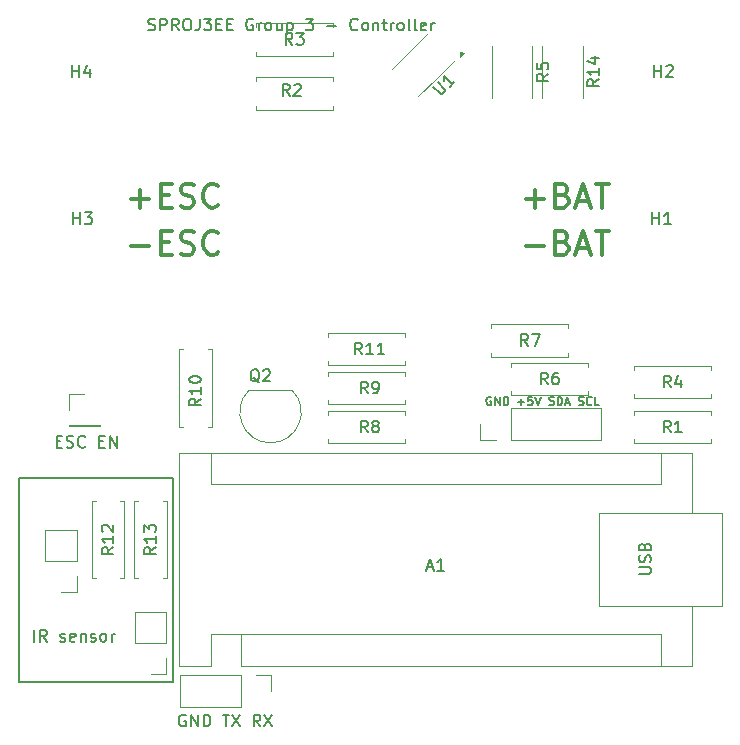
<source format=gbr>
%TF.GenerationSoftware,KiCad,Pcbnew,8.0.5*%
%TF.CreationDate,2024-12-03T18:06:50+01:00*%
%TF.ProjectId,Controller 1.4,436f6e74-726f-46c6-9c65-7220312e342e,rev?*%
%TF.SameCoordinates,Original*%
%TF.FileFunction,Legend,Top*%
%TF.FilePolarity,Positive*%
%FSLAX46Y46*%
G04 Gerber Fmt 4.6, Leading zero omitted, Abs format (unit mm)*
G04 Created by KiCad (PCBNEW 8.0.5) date 2024-12-03 18:06:50*
%MOMM*%
%LPD*%
G01*
G04 APERTURE LIST*
%ADD10C,0.150000*%
%ADD11C,0.300000*%
%ADD12C,0.200000*%
%ADD13C,0.120000*%
G04 APERTURE END LIST*
D10*
X105918000Y-79248000D02*
X118998706Y-79248000D01*
X118998706Y-96490760D01*
X105918000Y-96490760D01*
X105918000Y-79248000D01*
D11*
X115473558Y-59577733D02*
X116997368Y-59577733D01*
X117949748Y-59292019D02*
X118616415Y-59292019D01*
X118902129Y-60339638D02*
X117949748Y-60339638D01*
X117949748Y-60339638D02*
X117949748Y-58339638D01*
X117949748Y-58339638D02*
X118902129Y-58339638D01*
X119664034Y-60244400D02*
X119949748Y-60339638D01*
X119949748Y-60339638D02*
X120425939Y-60339638D01*
X120425939Y-60339638D02*
X120616415Y-60244400D01*
X120616415Y-60244400D02*
X120711653Y-60149161D01*
X120711653Y-60149161D02*
X120806891Y-59958685D01*
X120806891Y-59958685D02*
X120806891Y-59768209D01*
X120806891Y-59768209D02*
X120711653Y-59577733D01*
X120711653Y-59577733D02*
X120616415Y-59482495D01*
X120616415Y-59482495D02*
X120425939Y-59387257D01*
X120425939Y-59387257D02*
X120044986Y-59292019D01*
X120044986Y-59292019D02*
X119854510Y-59196780D01*
X119854510Y-59196780D02*
X119759272Y-59101542D01*
X119759272Y-59101542D02*
X119664034Y-58911066D01*
X119664034Y-58911066D02*
X119664034Y-58720590D01*
X119664034Y-58720590D02*
X119759272Y-58530114D01*
X119759272Y-58530114D02*
X119854510Y-58434876D01*
X119854510Y-58434876D02*
X120044986Y-58339638D01*
X120044986Y-58339638D02*
X120521177Y-58339638D01*
X120521177Y-58339638D02*
X120806891Y-58434876D01*
X122806891Y-60149161D02*
X122711653Y-60244400D01*
X122711653Y-60244400D02*
X122425939Y-60339638D01*
X122425939Y-60339638D02*
X122235463Y-60339638D01*
X122235463Y-60339638D02*
X121949748Y-60244400D01*
X121949748Y-60244400D02*
X121759272Y-60053923D01*
X121759272Y-60053923D02*
X121664034Y-59863447D01*
X121664034Y-59863447D02*
X121568796Y-59482495D01*
X121568796Y-59482495D02*
X121568796Y-59196780D01*
X121568796Y-59196780D02*
X121664034Y-58815828D01*
X121664034Y-58815828D02*
X121759272Y-58625352D01*
X121759272Y-58625352D02*
X121949748Y-58434876D01*
X121949748Y-58434876D02*
X122235463Y-58339638D01*
X122235463Y-58339638D02*
X122425939Y-58339638D01*
X122425939Y-58339638D02*
X122711653Y-58434876D01*
X122711653Y-58434876D02*
X122806891Y-58530114D01*
D10*
X120060588Y-99317438D02*
X119965350Y-99269819D01*
X119965350Y-99269819D02*
X119822493Y-99269819D01*
X119822493Y-99269819D02*
X119679636Y-99317438D01*
X119679636Y-99317438D02*
X119584398Y-99412676D01*
X119584398Y-99412676D02*
X119536779Y-99507914D01*
X119536779Y-99507914D02*
X119489160Y-99698390D01*
X119489160Y-99698390D02*
X119489160Y-99841247D01*
X119489160Y-99841247D02*
X119536779Y-100031723D01*
X119536779Y-100031723D02*
X119584398Y-100126961D01*
X119584398Y-100126961D02*
X119679636Y-100222200D01*
X119679636Y-100222200D02*
X119822493Y-100269819D01*
X119822493Y-100269819D02*
X119917731Y-100269819D01*
X119917731Y-100269819D02*
X120060588Y-100222200D01*
X120060588Y-100222200D02*
X120108207Y-100174580D01*
X120108207Y-100174580D02*
X120108207Y-99841247D01*
X120108207Y-99841247D02*
X119917731Y-99841247D01*
X120536779Y-100269819D02*
X120536779Y-99269819D01*
X120536779Y-99269819D02*
X121108207Y-100269819D01*
X121108207Y-100269819D02*
X121108207Y-99269819D01*
X121584398Y-100269819D02*
X121584398Y-99269819D01*
X121584398Y-99269819D02*
X121822493Y-99269819D01*
X121822493Y-99269819D02*
X121965350Y-99317438D01*
X121965350Y-99317438D02*
X122060588Y-99412676D01*
X122060588Y-99412676D02*
X122108207Y-99507914D01*
X122108207Y-99507914D02*
X122155826Y-99698390D01*
X122155826Y-99698390D02*
X122155826Y-99841247D01*
X122155826Y-99841247D02*
X122108207Y-100031723D01*
X122108207Y-100031723D02*
X122060588Y-100126961D01*
X122060588Y-100126961D02*
X121965350Y-100222200D01*
X121965350Y-100222200D02*
X121822493Y-100269819D01*
X121822493Y-100269819D02*
X121584398Y-100269819D01*
X123203446Y-99269819D02*
X123774874Y-99269819D01*
X123489160Y-100269819D02*
X123489160Y-99269819D01*
X124012970Y-99269819D02*
X124679636Y-100269819D01*
X124679636Y-99269819D02*
X124012970Y-100269819D01*
X126393922Y-100269819D02*
X126060589Y-99793628D01*
X125822494Y-100269819D02*
X125822494Y-99269819D01*
X125822494Y-99269819D02*
X126203446Y-99269819D01*
X126203446Y-99269819D02*
X126298684Y-99317438D01*
X126298684Y-99317438D02*
X126346303Y-99365057D01*
X126346303Y-99365057D02*
X126393922Y-99460295D01*
X126393922Y-99460295D02*
X126393922Y-99603152D01*
X126393922Y-99603152D02*
X126346303Y-99698390D01*
X126346303Y-99698390D02*
X126298684Y-99746009D01*
X126298684Y-99746009D02*
X126203446Y-99793628D01*
X126203446Y-99793628D02*
X125822494Y-99793628D01*
X126727256Y-99269819D02*
X127393922Y-100269819D01*
X127393922Y-99269819D02*
X126727256Y-100269819D01*
X107270779Y-93087819D02*
X107270779Y-92087819D01*
X108318397Y-93087819D02*
X107985064Y-92611628D01*
X107746969Y-93087819D02*
X107746969Y-92087819D01*
X107746969Y-92087819D02*
X108127921Y-92087819D01*
X108127921Y-92087819D02*
X108223159Y-92135438D01*
X108223159Y-92135438D02*
X108270778Y-92183057D01*
X108270778Y-92183057D02*
X108318397Y-92278295D01*
X108318397Y-92278295D02*
X108318397Y-92421152D01*
X108318397Y-92421152D02*
X108270778Y-92516390D01*
X108270778Y-92516390D02*
X108223159Y-92564009D01*
X108223159Y-92564009D02*
X108127921Y-92611628D01*
X108127921Y-92611628D02*
X107746969Y-92611628D01*
X109461255Y-93040200D02*
X109556493Y-93087819D01*
X109556493Y-93087819D02*
X109746969Y-93087819D01*
X109746969Y-93087819D02*
X109842207Y-93040200D01*
X109842207Y-93040200D02*
X109889826Y-92944961D01*
X109889826Y-92944961D02*
X109889826Y-92897342D01*
X109889826Y-92897342D02*
X109842207Y-92802104D01*
X109842207Y-92802104D02*
X109746969Y-92754485D01*
X109746969Y-92754485D02*
X109604112Y-92754485D01*
X109604112Y-92754485D02*
X109508874Y-92706866D01*
X109508874Y-92706866D02*
X109461255Y-92611628D01*
X109461255Y-92611628D02*
X109461255Y-92564009D01*
X109461255Y-92564009D02*
X109508874Y-92468771D01*
X109508874Y-92468771D02*
X109604112Y-92421152D01*
X109604112Y-92421152D02*
X109746969Y-92421152D01*
X109746969Y-92421152D02*
X109842207Y-92468771D01*
X110699350Y-93040200D02*
X110604112Y-93087819D01*
X110604112Y-93087819D02*
X110413636Y-93087819D01*
X110413636Y-93087819D02*
X110318398Y-93040200D01*
X110318398Y-93040200D02*
X110270779Y-92944961D01*
X110270779Y-92944961D02*
X110270779Y-92564009D01*
X110270779Y-92564009D02*
X110318398Y-92468771D01*
X110318398Y-92468771D02*
X110413636Y-92421152D01*
X110413636Y-92421152D02*
X110604112Y-92421152D01*
X110604112Y-92421152D02*
X110699350Y-92468771D01*
X110699350Y-92468771D02*
X110746969Y-92564009D01*
X110746969Y-92564009D02*
X110746969Y-92659247D01*
X110746969Y-92659247D02*
X110270779Y-92754485D01*
X111175541Y-92421152D02*
X111175541Y-93087819D01*
X111175541Y-92516390D02*
X111223160Y-92468771D01*
X111223160Y-92468771D02*
X111318398Y-92421152D01*
X111318398Y-92421152D02*
X111461255Y-92421152D01*
X111461255Y-92421152D02*
X111556493Y-92468771D01*
X111556493Y-92468771D02*
X111604112Y-92564009D01*
X111604112Y-92564009D02*
X111604112Y-93087819D01*
X112032684Y-93040200D02*
X112127922Y-93087819D01*
X112127922Y-93087819D02*
X112318398Y-93087819D01*
X112318398Y-93087819D02*
X112413636Y-93040200D01*
X112413636Y-93040200D02*
X112461255Y-92944961D01*
X112461255Y-92944961D02*
X112461255Y-92897342D01*
X112461255Y-92897342D02*
X112413636Y-92802104D01*
X112413636Y-92802104D02*
X112318398Y-92754485D01*
X112318398Y-92754485D02*
X112175541Y-92754485D01*
X112175541Y-92754485D02*
X112080303Y-92706866D01*
X112080303Y-92706866D02*
X112032684Y-92611628D01*
X112032684Y-92611628D02*
X112032684Y-92564009D01*
X112032684Y-92564009D02*
X112080303Y-92468771D01*
X112080303Y-92468771D02*
X112175541Y-92421152D01*
X112175541Y-92421152D02*
X112318398Y-92421152D01*
X112318398Y-92421152D02*
X112413636Y-92468771D01*
X113032684Y-93087819D02*
X112937446Y-93040200D01*
X112937446Y-93040200D02*
X112889827Y-92992580D01*
X112889827Y-92992580D02*
X112842208Y-92897342D01*
X112842208Y-92897342D02*
X112842208Y-92611628D01*
X112842208Y-92611628D02*
X112889827Y-92516390D01*
X112889827Y-92516390D02*
X112937446Y-92468771D01*
X112937446Y-92468771D02*
X113032684Y-92421152D01*
X113032684Y-92421152D02*
X113175541Y-92421152D01*
X113175541Y-92421152D02*
X113270779Y-92468771D01*
X113270779Y-92468771D02*
X113318398Y-92516390D01*
X113318398Y-92516390D02*
X113366017Y-92611628D01*
X113366017Y-92611628D02*
X113366017Y-92897342D01*
X113366017Y-92897342D02*
X113318398Y-92992580D01*
X113318398Y-92992580D02*
X113270779Y-93040200D01*
X113270779Y-93040200D02*
X113175541Y-93087819D01*
X113175541Y-93087819D02*
X113032684Y-93087819D01*
X113794589Y-93087819D02*
X113794589Y-92421152D01*
X113794589Y-92611628D02*
X113842208Y-92516390D01*
X113842208Y-92516390D02*
X113889827Y-92468771D01*
X113889827Y-92468771D02*
X113985065Y-92421152D01*
X113985065Y-92421152D02*
X114080303Y-92421152D01*
X145920017Y-72391866D02*
X145853350Y-72358533D01*
X145853350Y-72358533D02*
X145753350Y-72358533D01*
X145753350Y-72358533D02*
X145653350Y-72391866D01*
X145653350Y-72391866D02*
X145586684Y-72458533D01*
X145586684Y-72458533D02*
X145553350Y-72525200D01*
X145553350Y-72525200D02*
X145520017Y-72658533D01*
X145520017Y-72658533D02*
X145520017Y-72758533D01*
X145520017Y-72758533D02*
X145553350Y-72891866D01*
X145553350Y-72891866D02*
X145586684Y-72958533D01*
X145586684Y-72958533D02*
X145653350Y-73025200D01*
X145653350Y-73025200D02*
X145753350Y-73058533D01*
X145753350Y-73058533D02*
X145820017Y-73058533D01*
X145820017Y-73058533D02*
X145920017Y-73025200D01*
X145920017Y-73025200D02*
X145953350Y-72991866D01*
X145953350Y-72991866D02*
X145953350Y-72758533D01*
X145953350Y-72758533D02*
X145820017Y-72758533D01*
X146253350Y-73058533D02*
X146253350Y-72358533D01*
X146253350Y-72358533D02*
X146653350Y-73058533D01*
X146653350Y-73058533D02*
X146653350Y-72358533D01*
X146986683Y-73058533D02*
X146986683Y-72358533D01*
X146986683Y-72358533D02*
X147153350Y-72358533D01*
X147153350Y-72358533D02*
X147253350Y-72391866D01*
X147253350Y-72391866D02*
X147320017Y-72458533D01*
X147320017Y-72458533D02*
X147353350Y-72525200D01*
X147353350Y-72525200D02*
X147386683Y-72658533D01*
X147386683Y-72658533D02*
X147386683Y-72758533D01*
X147386683Y-72758533D02*
X147353350Y-72891866D01*
X147353350Y-72891866D02*
X147320017Y-72958533D01*
X147320017Y-72958533D02*
X147253350Y-73025200D01*
X147253350Y-73025200D02*
X147153350Y-73058533D01*
X147153350Y-73058533D02*
X146986683Y-73058533D01*
X148220016Y-72791866D02*
X148753350Y-72791866D01*
X148486683Y-73058533D02*
X148486683Y-72525200D01*
X149420017Y-72358533D02*
X149086683Y-72358533D01*
X149086683Y-72358533D02*
X149053350Y-72691866D01*
X149053350Y-72691866D02*
X149086683Y-72658533D01*
X149086683Y-72658533D02*
X149153350Y-72625200D01*
X149153350Y-72625200D02*
X149320017Y-72625200D01*
X149320017Y-72625200D02*
X149386683Y-72658533D01*
X149386683Y-72658533D02*
X149420017Y-72691866D01*
X149420017Y-72691866D02*
X149453350Y-72758533D01*
X149453350Y-72758533D02*
X149453350Y-72925200D01*
X149453350Y-72925200D02*
X149420017Y-72991866D01*
X149420017Y-72991866D02*
X149386683Y-73025200D01*
X149386683Y-73025200D02*
X149320017Y-73058533D01*
X149320017Y-73058533D02*
X149153350Y-73058533D01*
X149153350Y-73058533D02*
X149086683Y-73025200D01*
X149086683Y-73025200D02*
X149053350Y-72991866D01*
X149653350Y-72358533D02*
X149886684Y-73058533D01*
X149886684Y-73058533D02*
X150120017Y-72358533D01*
X150853350Y-73025200D02*
X150953350Y-73058533D01*
X150953350Y-73058533D02*
X151120017Y-73058533D01*
X151120017Y-73058533D02*
X151186683Y-73025200D01*
X151186683Y-73025200D02*
X151220017Y-72991866D01*
X151220017Y-72991866D02*
X151253350Y-72925200D01*
X151253350Y-72925200D02*
X151253350Y-72858533D01*
X151253350Y-72858533D02*
X151220017Y-72791866D01*
X151220017Y-72791866D02*
X151186683Y-72758533D01*
X151186683Y-72758533D02*
X151120017Y-72725200D01*
X151120017Y-72725200D02*
X150986683Y-72691866D01*
X150986683Y-72691866D02*
X150920017Y-72658533D01*
X150920017Y-72658533D02*
X150886683Y-72625200D01*
X150886683Y-72625200D02*
X150853350Y-72558533D01*
X150853350Y-72558533D02*
X150853350Y-72491866D01*
X150853350Y-72491866D02*
X150886683Y-72425200D01*
X150886683Y-72425200D02*
X150920017Y-72391866D01*
X150920017Y-72391866D02*
X150986683Y-72358533D01*
X150986683Y-72358533D02*
X151153350Y-72358533D01*
X151153350Y-72358533D02*
X151253350Y-72391866D01*
X151553350Y-73058533D02*
X151553350Y-72358533D01*
X151553350Y-72358533D02*
X151720017Y-72358533D01*
X151720017Y-72358533D02*
X151820017Y-72391866D01*
X151820017Y-72391866D02*
X151886684Y-72458533D01*
X151886684Y-72458533D02*
X151920017Y-72525200D01*
X151920017Y-72525200D02*
X151953350Y-72658533D01*
X151953350Y-72658533D02*
X151953350Y-72758533D01*
X151953350Y-72758533D02*
X151920017Y-72891866D01*
X151920017Y-72891866D02*
X151886684Y-72958533D01*
X151886684Y-72958533D02*
X151820017Y-73025200D01*
X151820017Y-73025200D02*
X151720017Y-73058533D01*
X151720017Y-73058533D02*
X151553350Y-73058533D01*
X152220017Y-72858533D02*
X152553350Y-72858533D01*
X152153350Y-73058533D02*
X152386684Y-72358533D01*
X152386684Y-72358533D02*
X152620017Y-73058533D01*
X153353350Y-73025200D02*
X153453350Y-73058533D01*
X153453350Y-73058533D02*
X153620017Y-73058533D01*
X153620017Y-73058533D02*
X153686683Y-73025200D01*
X153686683Y-73025200D02*
X153720017Y-72991866D01*
X153720017Y-72991866D02*
X153753350Y-72925200D01*
X153753350Y-72925200D02*
X153753350Y-72858533D01*
X153753350Y-72858533D02*
X153720017Y-72791866D01*
X153720017Y-72791866D02*
X153686683Y-72758533D01*
X153686683Y-72758533D02*
X153620017Y-72725200D01*
X153620017Y-72725200D02*
X153486683Y-72691866D01*
X153486683Y-72691866D02*
X153420017Y-72658533D01*
X153420017Y-72658533D02*
X153386683Y-72625200D01*
X153386683Y-72625200D02*
X153353350Y-72558533D01*
X153353350Y-72558533D02*
X153353350Y-72491866D01*
X153353350Y-72491866D02*
X153386683Y-72425200D01*
X153386683Y-72425200D02*
X153420017Y-72391866D01*
X153420017Y-72391866D02*
X153486683Y-72358533D01*
X153486683Y-72358533D02*
X153653350Y-72358533D01*
X153653350Y-72358533D02*
X153753350Y-72391866D01*
X154453350Y-72991866D02*
X154420017Y-73025200D01*
X154420017Y-73025200D02*
X154320017Y-73058533D01*
X154320017Y-73058533D02*
X154253350Y-73058533D01*
X154253350Y-73058533D02*
X154153350Y-73025200D01*
X154153350Y-73025200D02*
X154086684Y-72958533D01*
X154086684Y-72958533D02*
X154053350Y-72891866D01*
X154053350Y-72891866D02*
X154020017Y-72758533D01*
X154020017Y-72758533D02*
X154020017Y-72658533D01*
X154020017Y-72658533D02*
X154053350Y-72525200D01*
X154053350Y-72525200D02*
X154086684Y-72458533D01*
X154086684Y-72458533D02*
X154153350Y-72391866D01*
X154153350Y-72391866D02*
X154253350Y-72358533D01*
X154253350Y-72358533D02*
X154320017Y-72358533D01*
X154320017Y-72358533D02*
X154420017Y-72391866D01*
X154420017Y-72391866D02*
X154453350Y-72425200D01*
X155086684Y-73058533D02*
X154753350Y-73058533D01*
X154753350Y-73058533D02*
X154753350Y-72358533D01*
X109136779Y-76146009D02*
X109470112Y-76146009D01*
X109612969Y-76669819D02*
X109136779Y-76669819D01*
X109136779Y-76669819D02*
X109136779Y-75669819D01*
X109136779Y-75669819D02*
X109612969Y-75669819D01*
X109993922Y-76622200D02*
X110136779Y-76669819D01*
X110136779Y-76669819D02*
X110374874Y-76669819D01*
X110374874Y-76669819D02*
X110470112Y-76622200D01*
X110470112Y-76622200D02*
X110517731Y-76574580D01*
X110517731Y-76574580D02*
X110565350Y-76479342D01*
X110565350Y-76479342D02*
X110565350Y-76384104D01*
X110565350Y-76384104D02*
X110517731Y-76288866D01*
X110517731Y-76288866D02*
X110470112Y-76241247D01*
X110470112Y-76241247D02*
X110374874Y-76193628D01*
X110374874Y-76193628D02*
X110184398Y-76146009D01*
X110184398Y-76146009D02*
X110089160Y-76098390D01*
X110089160Y-76098390D02*
X110041541Y-76050771D01*
X110041541Y-76050771D02*
X109993922Y-75955533D01*
X109993922Y-75955533D02*
X109993922Y-75860295D01*
X109993922Y-75860295D02*
X110041541Y-75765057D01*
X110041541Y-75765057D02*
X110089160Y-75717438D01*
X110089160Y-75717438D02*
X110184398Y-75669819D01*
X110184398Y-75669819D02*
X110422493Y-75669819D01*
X110422493Y-75669819D02*
X110565350Y-75717438D01*
X111565350Y-76574580D02*
X111517731Y-76622200D01*
X111517731Y-76622200D02*
X111374874Y-76669819D01*
X111374874Y-76669819D02*
X111279636Y-76669819D01*
X111279636Y-76669819D02*
X111136779Y-76622200D01*
X111136779Y-76622200D02*
X111041541Y-76526961D01*
X111041541Y-76526961D02*
X110993922Y-76431723D01*
X110993922Y-76431723D02*
X110946303Y-76241247D01*
X110946303Y-76241247D02*
X110946303Y-76098390D01*
X110946303Y-76098390D02*
X110993922Y-75907914D01*
X110993922Y-75907914D02*
X111041541Y-75812676D01*
X111041541Y-75812676D02*
X111136779Y-75717438D01*
X111136779Y-75717438D02*
X111279636Y-75669819D01*
X111279636Y-75669819D02*
X111374874Y-75669819D01*
X111374874Y-75669819D02*
X111517731Y-75717438D01*
X111517731Y-75717438D02*
X111565350Y-75765057D01*
X112755827Y-76146009D02*
X113089160Y-76146009D01*
X113232017Y-76669819D02*
X112755827Y-76669819D01*
X112755827Y-76669819D02*
X112755827Y-75669819D01*
X112755827Y-75669819D02*
X113232017Y-75669819D01*
X113660589Y-76669819D02*
X113660589Y-75669819D01*
X113660589Y-75669819D02*
X114232017Y-76669819D01*
X114232017Y-76669819D02*
X114232017Y-75669819D01*
D11*
X148873558Y-59577733D02*
X150397368Y-59577733D01*
X152016415Y-59292019D02*
X152302129Y-59387257D01*
X152302129Y-59387257D02*
X152397367Y-59482495D01*
X152397367Y-59482495D02*
X152492605Y-59672971D01*
X152492605Y-59672971D02*
X152492605Y-59958685D01*
X152492605Y-59958685D02*
X152397367Y-60149161D01*
X152397367Y-60149161D02*
X152302129Y-60244400D01*
X152302129Y-60244400D02*
X152111653Y-60339638D01*
X152111653Y-60339638D02*
X151349748Y-60339638D01*
X151349748Y-60339638D02*
X151349748Y-58339638D01*
X151349748Y-58339638D02*
X152016415Y-58339638D01*
X152016415Y-58339638D02*
X152206891Y-58434876D01*
X152206891Y-58434876D02*
X152302129Y-58530114D01*
X152302129Y-58530114D02*
X152397367Y-58720590D01*
X152397367Y-58720590D02*
X152397367Y-58911066D01*
X152397367Y-58911066D02*
X152302129Y-59101542D01*
X152302129Y-59101542D02*
X152206891Y-59196780D01*
X152206891Y-59196780D02*
X152016415Y-59292019D01*
X152016415Y-59292019D02*
X151349748Y-59292019D01*
X153254510Y-59768209D02*
X154206891Y-59768209D01*
X153064034Y-60339638D02*
X153730700Y-58339638D01*
X153730700Y-58339638D02*
X154397367Y-60339638D01*
X154778320Y-58339638D02*
X155921177Y-58339638D01*
X155349748Y-60339638D02*
X155349748Y-58339638D01*
X115473558Y-55577733D02*
X116997368Y-55577733D01*
X116235463Y-56339638D02*
X116235463Y-54815828D01*
X117949748Y-55292019D02*
X118616415Y-55292019D01*
X118902129Y-56339638D02*
X117949748Y-56339638D01*
X117949748Y-56339638D02*
X117949748Y-54339638D01*
X117949748Y-54339638D02*
X118902129Y-54339638D01*
X119664034Y-56244400D02*
X119949748Y-56339638D01*
X119949748Y-56339638D02*
X120425939Y-56339638D01*
X120425939Y-56339638D02*
X120616415Y-56244400D01*
X120616415Y-56244400D02*
X120711653Y-56149161D01*
X120711653Y-56149161D02*
X120806891Y-55958685D01*
X120806891Y-55958685D02*
X120806891Y-55768209D01*
X120806891Y-55768209D02*
X120711653Y-55577733D01*
X120711653Y-55577733D02*
X120616415Y-55482495D01*
X120616415Y-55482495D02*
X120425939Y-55387257D01*
X120425939Y-55387257D02*
X120044986Y-55292019D01*
X120044986Y-55292019D02*
X119854510Y-55196780D01*
X119854510Y-55196780D02*
X119759272Y-55101542D01*
X119759272Y-55101542D02*
X119664034Y-54911066D01*
X119664034Y-54911066D02*
X119664034Y-54720590D01*
X119664034Y-54720590D02*
X119759272Y-54530114D01*
X119759272Y-54530114D02*
X119854510Y-54434876D01*
X119854510Y-54434876D02*
X120044986Y-54339638D01*
X120044986Y-54339638D02*
X120521177Y-54339638D01*
X120521177Y-54339638D02*
X120806891Y-54434876D01*
X122806891Y-56149161D02*
X122711653Y-56244400D01*
X122711653Y-56244400D02*
X122425939Y-56339638D01*
X122425939Y-56339638D02*
X122235463Y-56339638D01*
X122235463Y-56339638D02*
X121949748Y-56244400D01*
X121949748Y-56244400D02*
X121759272Y-56053923D01*
X121759272Y-56053923D02*
X121664034Y-55863447D01*
X121664034Y-55863447D02*
X121568796Y-55482495D01*
X121568796Y-55482495D02*
X121568796Y-55196780D01*
X121568796Y-55196780D02*
X121664034Y-54815828D01*
X121664034Y-54815828D02*
X121759272Y-54625352D01*
X121759272Y-54625352D02*
X121949748Y-54434876D01*
X121949748Y-54434876D02*
X122235463Y-54339638D01*
X122235463Y-54339638D02*
X122425939Y-54339638D01*
X122425939Y-54339638D02*
X122711653Y-54434876D01*
X122711653Y-54434876D02*
X122806891Y-54530114D01*
X148873558Y-55577733D02*
X150397368Y-55577733D01*
X149635463Y-56339638D02*
X149635463Y-54815828D01*
X152016415Y-55292019D02*
X152302129Y-55387257D01*
X152302129Y-55387257D02*
X152397367Y-55482495D01*
X152397367Y-55482495D02*
X152492605Y-55672971D01*
X152492605Y-55672971D02*
X152492605Y-55958685D01*
X152492605Y-55958685D02*
X152397367Y-56149161D01*
X152397367Y-56149161D02*
X152302129Y-56244400D01*
X152302129Y-56244400D02*
X152111653Y-56339638D01*
X152111653Y-56339638D02*
X151349748Y-56339638D01*
X151349748Y-56339638D02*
X151349748Y-54339638D01*
X151349748Y-54339638D02*
X152016415Y-54339638D01*
X152016415Y-54339638D02*
X152206891Y-54434876D01*
X152206891Y-54434876D02*
X152302129Y-54530114D01*
X152302129Y-54530114D02*
X152397367Y-54720590D01*
X152397367Y-54720590D02*
X152397367Y-54911066D01*
X152397367Y-54911066D02*
X152302129Y-55101542D01*
X152302129Y-55101542D02*
X152206891Y-55196780D01*
X152206891Y-55196780D02*
X152016415Y-55292019D01*
X152016415Y-55292019D02*
X151349748Y-55292019D01*
X153254510Y-55768209D02*
X154206891Y-55768209D01*
X153064034Y-56339638D02*
X153730700Y-54339638D01*
X153730700Y-54339638D02*
X154397367Y-56339638D01*
X154778320Y-54339638D02*
X155921177Y-54339638D01*
X155349748Y-56339638D02*
X155349748Y-54339638D01*
D12*
X116908054Y-41298600D02*
X117050911Y-41346219D01*
X117050911Y-41346219D02*
X117289006Y-41346219D01*
X117289006Y-41346219D02*
X117384244Y-41298600D01*
X117384244Y-41298600D02*
X117431863Y-41250980D01*
X117431863Y-41250980D02*
X117479482Y-41155742D01*
X117479482Y-41155742D02*
X117479482Y-41060504D01*
X117479482Y-41060504D02*
X117431863Y-40965266D01*
X117431863Y-40965266D02*
X117384244Y-40917647D01*
X117384244Y-40917647D02*
X117289006Y-40870028D01*
X117289006Y-40870028D02*
X117098530Y-40822409D01*
X117098530Y-40822409D02*
X117003292Y-40774790D01*
X117003292Y-40774790D02*
X116955673Y-40727171D01*
X116955673Y-40727171D02*
X116908054Y-40631933D01*
X116908054Y-40631933D02*
X116908054Y-40536695D01*
X116908054Y-40536695D02*
X116955673Y-40441457D01*
X116955673Y-40441457D02*
X117003292Y-40393838D01*
X117003292Y-40393838D02*
X117098530Y-40346219D01*
X117098530Y-40346219D02*
X117336625Y-40346219D01*
X117336625Y-40346219D02*
X117479482Y-40393838D01*
X117908054Y-41346219D02*
X117908054Y-40346219D01*
X117908054Y-40346219D02*
X118289006Y-40346219D01*
X118289006Y-40346219D02*
X118384244Y-40393838D01*
X118384244Y-40393838D02*
X118431863Y-40441457D01*
X118431863Y-40441457D02*
X118479482Y-40536695D01*
X118479482Y-40536695D02*
X118479482Y-40679552D01*
X118479482Y-40679552D02*
X118431863Y-40774790D01*
X118431863Y-40774790D02*
X118384244Y-40822409D01*
X118384244Y-40822409D02*
X118289006Y-40870028D01*
X118289006Y-40870028D02*
X117908054Y-40870028D01*
X119479482Y-41346219D02*
X119146149Y-40870028D01*
X118908054Y-41346219D02*
X118908054Y-40346219D01*
X118908054Y-40346219D02*
X119289006Y-40346219D01*
X119289006Y-40346219D02*
X119384244Y-40393838D01*
X119384244Y-40393838D02*
X119431863Y-40441457D01*
X119431863Y-40441457D02*
X119479482Y-40536695D01*
X119479482Y-40536695D02*
X119479482Y-40679552D01*
X119479482Y-40679552D02*
X119431863Y-40774790D01*
X119431863Y-40774790D02*
X119384244Y-40822409D01*
X119384244Y-40822409D02*
X119289006Y-40870028D01*
X119289006Y-40870028D02*
X118908054Y-40870028D01*
X120098530Y-40346219D02*
X120289006Y-40346219D01*
X120289006Y-40346219D02*
X120384244Y-40393838D01*
X120384244Y-40393838D02*
X120479482Y-40489076D01*
X120479482Y-40489076D02*
X120527101Y-40679552D01*
X120527101Y-40679552D02*
X120527101Y-41012885D01*
X120527101Y-41012885D02*
X120479482Y-41203361D01*
X120479482Y-41203361D02*
X120384244Y-41298600D01*
X120384244Y-41298600D02*
X120289006Y-41346219D01*
X120289006Y-41346219D02*
X120098530Y-41346219D01*
X120098530Y-41346219D02*
X120003292Y-41298600D01*
X120003292Y-41298600D02*
X119908054Y-41203361D01*
X119908054Y-41203361D02*
X119860435Y-41012885D01*
X119860435Y-41012885D02*
X119860435Y-40679552D01*
X119860435Y-40679552D02*
X119908054Y-40489076D01*
X119908054Y-40489076D02*
X120003292Y-40393838D01*
X120003292Y-40393838D02*
X120098530Y-40346219D01*
X121241387Y-40346219D02*
X121241387Y-41060504D01*
X121241387Y-41060504D02*
X121193768Y-41203361D01*
X121193768Y-41203361D02*
X121098530Y-41298600D01*
X121098530Y-41298600D02*
X120955673Y-41346219D01*
X120955673Y-41346219D02*
X120860435Y-41346219D01*
X121622340Y-40346219D02*
X122241387Y-40346219D01*
X122241387Y-40346219D02*
X121908054Y-40727171D01*
X121908054Y-40727171D02*
X122050911Y-40727171D01*
X122050911Y-40727171D02*
X122146149Y-40774790D01*
X122146149Y-40774790D02*
X122193768Y-40822409D01*
X122193768Y-40822409D02*
X122241387Y-40917647D01*
X122241387Y-40917647D02*
X122241387Y-41155742D01*
X122241387Y-41155742D02*
X122193768Y-41250980D01*
X122193768Y-41250980D02*
X122146149Y-41298600D01*
X122146149Y-41298600D02*
X122050911Y-41346219D01*
X122050911Y-41346219D02*
X121765197Y-41346219D01*
X121765197Y-41346219D02*
X121669959Y-41298600D01*
X121669959Y-41298600D02*
X121622340Y-41250980D01*
X122669959Y-40822409D02*
X123003292Y-40822409D01*
X123146149Y-41346219D02*
X122669959Y-41346219D01*
X122669959Y-41346219D02*
X122669959Y-40346219D01*
X122669959Y-40346219D02*
X123146149Y-40346219D01*
X123574721Y-40822409D02*
X123908054Y-40822409D01*
X124050911Y-41346219D02*
X123574721Y-41346219D01*
X123574721Y-41346219D02*
X123574721Y-40346219D01*
X123574721Y-40346219D02*
X124050911Y-40346219D01*
X125765197Y-40393838D02*
X125669959Y-40346219D01*
X125669959Y-40346219D02*
X125527102Y-40346219D01*
X125527102Y-40346219D02*
X125384245Y-40393838D01*
X125384245Y-40393838D02*
X125289007Y-40489076D01*
X125289007Y-40489076D02*
X125241388Y-40584314D01*
X125241388Y-40584314D02*
X125193769Y-40774790D01*
X125193769Y-40774790D02*
X125193769Y-40917647D01*
X125193769Y-40917647D02*
X125241388Y-41108123D01*
X125241388Y-41108123D02*
X125289007Y-41203361D01*
X125289007Y-41203361D02*
X125384245Y-41298600D01*
X125384245Y-41298600D02*
X125527102Y-41346219D01*
X125527102Y-41346219D02*
X125622340Y-41346219D01*
X125622340Y-41346219D02*
X125765197Y-41298600D01*
X125765197Y-41298600D02*
X125812816Y-41250980D01*
X125812816Y-41250980D02*
X125812816Y-40917647D01*
X125812816Y-40917647D02*
X125622340Y-40917647D01*
X126241388Y-41346219D02*
X126241388Y-40679552D01*
X126241388Y-40870028D02*
X126289007Y-40774790D01*
X126289007Y-40774790D02*
X126336626Y-40727171D01*
X126336626Y-40727171D02*
X126431864Y-40679552D01*
X126431864Y-40679552D02*
X126527102Y-40679552D01*
X127003293Y-41346219D02*
X126908055Y-41298600D01*
X126908055Y-41298600D02*
X126860436Y-41250980D01*
X126860436Y-41250980D02*
X126812817Y-41155742D01*
X126812817Y-41155742D02*
X126812817Y-40870028D01*
X126812817Y-40870028D02*
X126860436Y-40774790D01*
X126860436Y-40774790D02*
X126908055Y-40727171D01*
X126908055Y-40727171D02*
X127003293Y-40679552D01*
X127003293Y-40679552D02*
X127146150Y-40679552D01*
X127146150Y-40679552D02*
X127241388Y-40727171D01*
X127241388Y-40727171D02*
X127289007Y-40774790D01*
X127289007Y-40774790D02*
X127336626Y-40870028D01*
X127336626Y-40870028D02*
X127336626Y-41155742D01*
X127336626Y-41155742D02*
X127289007Y-41250980D01*
X127289007Y-41250980D02*
X127241388Y-41298600D01*
X127241388Y-41298600D02*
X127146150Y-41346219D01*
X127146150Y-41346219D02*
X127003293Y-41346219D01*
X128193769Y-40679552D02*
X128193769Y-41346219D01*
X127765198Y-40679552D02*
X127765198Y-41203361D01*
X127765198Y-41203361D02*
X127812817Y-41298600D01*
X127812817Y-41298600D02*
X127908055Y-41346219D01*
X127908055Y-41346219D02*
X128050912Y-41346219D01*
X128050912Y-41346219D02*
X128146150Y-41298600D01*
X128146150Y-41298600D02*
X128193769Y-41250980D01*
X128669960Y-40679552D02*
X128669960Y-41679552D01*
X128669960Y-40727171D02*
X128765198Y-40679552D01*
X128765198Y-40679552D02*
X128955674Y-40679552D01*
X128955674Y-40679552D02*
X129050912Y-40727171D01*
X129050912Y-40727171D02*
X129098531Y-40774790D01*
X129098531Y-40774790D02*
X129146150Y-40870028D01*
X129146150Y-40870028D02*
X129146150Y-41155742D01*
X129146150Y-41155742D02*
X129098531Y-41250980D01*
X129098531Y-41250980D02*
X129050912Y-41298600D01*
X129050912Y-41298600D02*
X128955674Y-41346219D01*
X128955674Y-41346219D02*
X128765198Y-41346219D01*
X128765198Y-41346219D02*
X128669960Y-41298600D01*
X130241389Y-40346219D02*
X130860436Y-40346219D01*
X130860436Y-40346219D02*
X130527103Y-40727171D01*
X130527103Y-40727171D02*
X130669960Y-40727171D01*
X130669960Y-40727171D02*
X130765198Y-40774790D01*
X130765198Y-40774790D02*
X130812817Y-40822409D01*
X130812817Y-40822409D02*
X130860436Y-40917647D01*
X130860436Y-40917647D02*
X130860436Y-41155742D01*
X130860436Y-41155742D02*
X130812817Y-41250980D01*
X130812817Y-41250980D02*
X130765198Y-41298600D01*
X130765198Y-41298600D02*
X130669960Y-41346219D01*
X130669960Y-41346219D02*
X130384246Y-41346219D01*
X130384246Y-41346219D02*
X130289008Y-41298600D01*
X130289008Y-41298600D02*
X130241389Y-41250980D01*
X132050913Y-40965266D02*
X132812818Y-40965266D01*
X134622341Y-41250980D02*
X134574722Y-41298600D01*
X134574722Y-41298600D02*
X134431865Y-41346219D01*
X134431865Y-41346219D02*
X134336627Y-41346219D01*
X134336627Y-41346219D02*
X134193770Y-41298600D01*
X134193770Y-41298600D02*
X134098532Y-41203361D01*
X134098532Y-41203361D02*
X134050913Y-41108123D01*
X134050913Y-41108123D02*
X134003294Y-40917647D01*
X134003294Y-40917647D02*
X134003294Y-40774790D01*
X134003294Y-40774790D02*
X134050913Y-40584314D01*
X134050913Y-40584314D02*
X134098532Y-40489076D01*
X134098532Y-40489076D02*
X134193770Y-40393838D01*
X134193770Y-40393838D02*
X134336627Y-40346219D01*
X134336627Y-40346219D02*
X134431865Y-40346219D01*
X134431865Y-40346219D02*
X134574722Y-40393838D01*
X134574722Y-40393838D02*
X134622341Y-40441457D01*
X135193770Y-41346219D02*
X135098532Y-41298600D01*
X135098532Y-41298600D02*
X135050913Y-41250980D01*
X135050913Y-41250980D02*
X135003294Y-41155742D01*
X135003294Y-41155742D02*
X135003294Y-40870028D01*
X135003294Y-40870028D02*
X135050913Y-40774790D01*
X135050913Y-40774790D02*
X135098532Y-40727171D01*
X135098532Y-40727171D02*
X135193770Y-40679552D01*
X135193770Y-40679552D02*
X135336627Y-40679552D01*
X135336627Y-40679552D02*
X135431865Y-40727171D01*
X135431865Y-40727171D02*
X135479484Y-40774790D01*
X135479484Y-40774790D02*
X135527103Y-40870028D01*
X135527103Y-40870028D02*
X135527103Y-41155742D01*
X135527103Y-41155742D02*
X135479484Y-41250980D01*
X135479484Y-41250980D02*
X135431865Y-41298600D01*
X135431865Y-41298600D02*
X135336627Y-41346219D01*
X135336627Y-41346219D02*
X135193770Y-41346219D01*
X135955675Y-40679552D02*
X135955675Y-41346219D01*
X135955675Y-40774790D02*
X136003294Y-40727171D01*
X136003294Y-40727171D02*
X136098532Y-40679552D01*
X136098532Y-40679552D02*
X136241389Y-40679552D01*
X136241389Y-40679552D02*
X136336627Y-40727171D01*
X136336627Y-40727171D02*
X136384246Y-40822409D01*
X136384246Y-40822409D02*
X136384246Y-41346219D01*
X136717580Y-40679552D02*
X137098532Y-40679552D01*
X136860437Y-40346219D02*
X136860437Y-41203361D01*
X136860437Y-41203361D02*
X136908056Y-41298600D01*
X136908056Y-41298600D02*
X137003294Y-41346219D01*
X137003294Y-41346219D02*
X137098532Y-41346219D01*
X137431866Y-41346219D02*
X137431866Y-40679552D01*
X137431866Y-40870028D02*
X137479485Y-40774790D01*
X137479485Y-40774790D02*
X137527104Y-40727171D01*
X137527104Y-40727171D02*
X137622342Y-40679552D01*
X137622342Y-40679552D02*
X137717580Y-40679552D01*
X138193771Y-41346219D02*
X138098533Y-41298600D01*
X138098533Y-41298600D02*
X138050914Y-41250980D01*
X138050914Y-41250980D02*
X138003295Y-41155742D01*
X138003295Y-41155742D02*
X138003295Y-40870028D01*
X138003295Y-40870028D02*
X138050914Y-40774790D01*
X138050914Y-40774790D02*
X138098533Y-40727171D01*
X138098533Y-40727171D02*
X138193771Y-40679552D01*
X138193771Y-40679552D02*
X138336628Y-40679552D01*
X138336628Y-40679552D02*
X138431866Y-40727171D01*
X138431866Y-40727171D02*
X138479485Y-40774790D01*
X138479485Y-40774790D02*
X138527104Y-40870028D01*
X138527104Y-40870028D02*
X138527104Y-41155742D01*
X138527104Y-41155742D02*
X138479485Y-41250980D01*
X138479485Y-41250980D02*
X138431866Y-41298600D01*
X138431866Y-41298600D02*
X138336628Y-41346219D01*
X138336628Y-41346219D02*
X138193771Y-41346219D01*
X139098533Y-41346219D02*
X139003295Y-41298600D01*
X139003295Y-41298600D02*
X138955676Y-41203361D01*
X138955676Y-41203361D02*
X138955676Y-40346219D01*
X139622343Y-41346219D02*
X139527105Y-41298600D01*
X139527105Y-41298600D02*
X139479486Y-41203361D01*
X139479486Y-41203361D02*
X139479486Y-40346219D01*
X140384248Y-41298600D02*
X140289010Y-41346219D01*
X140289010Y-41346219D02*
X140098534Y-41346219D01*
X140098534Y-41346219D02*
X140003296Y-41298600D01*
X140003296Y-41298600D02*
X139955677Y-41203361D01*
X139955677Y-41203361D02*
X139955677Y-40822409D01*
X139955677Y-40822409D02*
X140003296Y-40727171D01*
X140003296Y-40727171D02*
X140098534Y-40679552D01*
X140098534Y-40679552D02*
X140289010Y-40679552D01*
X140289010Y-40679552D02*
X140384248Y-40727171D01*
X140384248Y-40727171D02*
X140431867Y-40822409D01*
X140431867Y-40822409D02*
X140431867Y-40917647D01*
X140431867Y-40917647D02*
X139955677Y-41012885D01*
X140860439Y-41346219D02*
X140860439Y-40679552D01*
X140860439Y-40870028D02*
X140908058Y-40774790D01*
X140908058Y-40774790D02*
X140955677Y-40727171D01*
X140955677Y-40727171D02*
X141050915Y-40679552D01*
X141050915Y-40679552D02*
X141146153Y-40679552D01*
D10*
X150788819Y-45021808D02*
X150312628Y-45355141D01*
X150788819Y-45593236D02*
X149788819Y-45593236D01*
X149788819Y-45593236D02*
X149788819Y-45212284D01*
X149788819Y-45212284D02*
X149836438Y-45117046D01*
X149836438Y-45117046D02*
X149884057Y-45069427D01*
X149884057Y-45069427D02*
X149979295Y-45021808D01*
X149979295Y-45021808D02*
X150122152Y-45021808D01*
X150122152Y-45021808D02*
X150217390Y-45069427D01*
X150217390Y-45069427D02*
X150265009Y-45117046D01*
X150265009Y-45117046D02*
X150312628Y-45212284D01*
X150312628Y-45212284D02*
X150312628Y-45593236D01*
X149788819Y-44117046D02*
X149788819Y-44593236D01*
X149788819Y-44593236D02*
X150265009Y-44640855D01*
X150265009Y-44640855D02*
X150217390Y-44593236D01*
X150217390Y-44593236D02*
X150169771Y-44497998D01*
X150169771Y-44497998D02*
X150169771Y-44259903D01*
X150169771Y-44259903D02*
X150217390Y-44164665D01*
X150217390Y-44164665D02*
X150265009Y-44117046D01*
X150265009Y-44117046D02*
X150360247Y-44069427D01*
X150360247Y-44069427D02*
X150598342Y-44069427D01*
X150598342Y-44069427D02*
X150693580Y-44117046D01*
X150693580Y-44117046D02*
X150741200Y-44164665D01*
X150741200Y-44164665D02*
X150788819Y-44259903D01*
X150788819Y-44259903D02*
X150788819Y-44497998D01*
X150788819Y-44497998D02*
X150741200Y-44593236D01*
X150741200Y-44593236D02*
X150693580Y-44640855D01*
X110476095Y-45285961D02*
X110476095Y-44285961D01*
X110476095Y-44762151D02*
X111047523Y-44762151D01*
X111047523Y-45285961D02*
X111047523Y-44285961D01*
X111952285Y-44619294D02*
X111952285Y-45285961D01*
X111714190Y-44238342D02*
X111476095Y-44952627D01*
X111476095Y-44952627D02*
X112095142Y-44952627D01*
X150709333Y-71320819D02*
X150376000Y-70844628D01*
X150137905Y-71320819D02*
X150137905Y-70320819D01*
X150137905Y-70320819D02*
X150518857Y-70320819D01*
X150518857Y-70320819D02*
X150614095Y-70368438D01*
X150614095Y-70368438D02*
X150661714Y-70416057D01*
X150661714Y-70416057D02*
X150709333Y-70511295D01*
X150709333Y-70511295D02*
X150709333Y-70654152D01*
X150709333Y-70654152D02*
X150661714Y-70749390D01*
X150661714Y-70749390D02*
X150614095Y-70797009D01*
X150614095Y-70797009D02*
X150518857Y-70844628D01*
X150518857Y-70844628D02*
X150137905Y-70844628D01*
X151566476Y-70320819D02*
X151376000Y-70320819D01*
X151376000Y-70320819D02*
X151280762Y-70368438D01*
X151280762Y-70368438D02*
X151233143Y-70416057D01*
X151233143Y-70416057D02*
X151137905Y-70558914D01*
X151137905Y-70558914D02*
X151090286Y-70749390D01*
X151090286Y-70749390D02*
X151090286Y-71130342D01*
X151090286Y-71130342D02*
X151137905Y-71225580D01*
X151137905Y-71225580D02*
X151185524Y-71273200D01*
X151185524Y-71273200D02*
X151280762Y-71320819D01*
X151280762Y-71320819D02*
X151471238Y-71320819D01*
X151471238Y-71320819D02*
X151566476Y-71273200D01*
X151566476Y-71273200D02*
X151614095Y-71225580D01*
X151614095Y-71225580D02*
X151661714Y-71130342D01*
X151661714Y-71130342D02*
X151661714Y-70892247D01*
X151661714Y-70892247D02*
X151614095Y-70797009D01*
X151614095Y-70797009D02*
X151566476Y-70749390D01*
X151566476Y-70749390D02*
X151471238Y-70701771D01*
X151471238Y-70701771D02*
X151280762Y-70701771D01*
X151280762Y-70701771D02*
X151185524Y-70749390D01*
X151185524Y-70749390D02*
X151137905Y-70797009D01*
X151137905Y-70797009D02*
X151090286Y-70892247D01*
X159752095Y-45285961D02*
X159752095Y-44285961D01*
X159752095Y-44762151D02*
X160323523Y-44762151D01*
X160323523Y-45285961D02*
X160323523Y-44285961D01*
X160752095Y-44381199D02*
X160799714Y-44333580D01*
X160799714Y-44333580D02*
X160894952Y-44285961D01*
X160894952Y-44285961D02*
X161133047Y-44285961D01*
X161133047Y-44285961D02*
X161228285Y-44333580D01*
X161228285Y-44333580D02*
X161275904Y-44381199D01*
X161275904Y-44381199D02*
X161323523Y-44476437D01*
X161323523Y-44476437D02*
X161323523Y-44571675D01*
X161323523Y-44571675D02*
X161275904Y-44714532D01*
X161275904Y-44714532D02*
X160704476Y-45285961D01*
X160704476Y-45285961D02*
X161323523Y-45285961D01*
X135469333Y-72082819D02*
X135136000Y-71606628D01*
X134897905Y-72082819D02*
X134897905Y-71082819D01*
X134897905Y-71082819D02*
X135278857Y-71082819D01*
X135278857Y-71082819D02*
X135374095Y-71130438D01*
X135374095Y-71130438D02*
X135421714Y-71178057D01*
X135421714Y-71178057D02*
X135469333Y-71273295D01*
X135469333Y-71273295D02*
X135469333Y-71416152D01*
X135469333Y-71416152D02*
X135421714Y-71511390D01*
X135421714Y-71511390D02*
X135374095Y-71559009D01*
X135374095Y-71559009D02*
X135278857Y-71606628D01*
X135278857Y-71606628D02*
X134897905Y-71606628D01*
X135945524Y-72082819D02*
X136136000Y-72082819D01*
X136136000Y-72082819D02*
X136231238Y-72035200D01*
X136231238Y-72035200D02*
X136278857Y-71987580D01*
X136278857Y-71987580D02*
X136374095Y-71844723D01*
X136374095Y-71844723D02*
X136421714Y-71654247D01*
X136421714Y-71654247D02*
X136421714Y-71273295D01*
X136421714Y-71273295D02*
X136374095Y-71178057D01*
X136374095Y-71178057D02*
X136326476Y-71130438D01*
X136326476Y-71130438D02*
X136231238Y-71082819D01*
X136231238Y-71082819D02*
X136040762Y-71082819D01*
X136040762Y-71082819D02*
X135945524Y-71130438D01*
X135945524Y-71130438D02*
X135897905Y-71178057D01*
X135897905Y-71178057D02*
X135850286Y-71273295D01*
X135850286Y-71273295D02*
X135850286Y-71511390D01*
X135850286Y-71511390D02*
X135897905Y-71606628D01*
X135897905Y-71606628D02*
X135945524Y-71654247D01*
X135945524Y-71654247D02*
X136040762Y-71701866D01*
X136040762Y-71701866D02*
X136231238Y-71701866D01*
X136231238Y-71701866D02*
X136326476Y-71654247D01*
X136326476Y-71654247D02*
X136374095Y-71606628D01*
X136374095Y-71606628D02*
X136421714Y-71511390D01*
X126304761Y-71150057D02*
X126209523Y-71102438D01*
X126209523Y-71102438D02*
X126114285Y-71007200D01*
X126114285Y-71007200D02*
X125971428Y-70864342D01*
X125971428Y-70864342D02*
X125876190Y-70816723D01*
X125876190Y-70816723D02*
X125780952Y-70816723D01*
X125828571Y-71054819D02*
X125733333Y-71007200D01*
X125733333Y-71007200D02*
X125638095Y-70911961D01*
X125638095Y-70911961D02*
X125590476Y-70721485D01*
X125590476Y-70721485D02*
X125590476Y-70388152D01*
X125590476Y-70388152D02*
X125638095Y-70197676D01*
X125638095Y-70197676D02*
X125733333Y-70102438D01*
X125733333Y-70102438D02*
X125828571Y-70054819D01*
X125828571Y-70054819D02*
X126019047Y-70054819D01*
X126019047Y-70054819D02*
X126114285Y-70102438D01*
X126114285Y-70102438D02*
X126209523Y-70197676D01*
X126209523Y-70197676D02*
X126257142Y-70388152D01*
X126257142Y-70388152D02*
X126257142Y-70721485D01*
X126257142Y-70721485D02*
X126209523Y-70911961D01*
X126209523Y-70911961D02*
X126114285Y-71007200D01*
X126114285Y-71007200D02*
X126019047Y-71054819D01*
X126019047Y-71054819D02*
X125828571Y-71054819D01*
X126638095Y-70150057D02*
X126685714Y-70102438D01*
X126685714Y-70102438D02*
X126780952Y-70054819D01*
X126780952Y-70054819D02*
X127019047Y-70054819D01*
X127019047Y-70054819D02*
X127114285Y-70102438D01*
X127114285Y-70102438D02*
X127161904Y-70150057D01*
X127161904Y-70150057D02*
X127209523Y-70245295D01*
X127209523Y-70245295D02*
X127209523Y-70340533D01*
X127209523Y-70340533D02*
X127161904Y-70483390D01*
X127161904Y-70483390D02*
X126590476Y-71054819D01*
X126590476Y-71054819D02*
X127209523Y-71054819D01*
X161123333Y-71574819D02*
X160790000Y-71098628D01*
X160551905Y-71574819D02*
X160551905Y-70574819D01*
X160551905Y-70574819D02*
X160932857Y-70574819D01*
X160932857Y-70574819D02*
X161028095Y-70622438D01*
X161028095Y-70622438D02*
X161075714Y-70670057D01*
X161075714Y-70670057D02*
X161123333Y-70765295D01*
X161123333Y-70765295D02*
X161123333Y-70908152D01*
X161123333Y-70908152D02*
X161075714Y-71003390D01*
X161075714Y-71003390D02*
X161028095Y-71051009D01*
X161028095Y-71051009D02*
X160932857Y-71098628D01*
X160932857Y-71098628D02*
X160551905Y-71098628D01*
X161980476Y-70908152D02*
X161980476Y-71574819D01*
X161742381Y-70527200D02*
X161504286Y-71241485D01*
X161504286Y-71241485D02*
X162123333Y-71241485D01*
X135469333Y-75384819D02*
X135136000Y-74908628D01*
X134897905Y-75384819D02*
X134897905Y-74384819D01*
X134897905Y-74384819D02*
X135278857Y-74384819D01*
X135278857Y-74384819D02*
X135374095Y-74432438D01*
X135374095Y-74432438D02*
X135421714Y-74480057D01*
X135421714Y-74480057D02*
X135469333Y-74575295D01*
X135469333Y-74575295D02*
X135469333Y-74718152D01*
X135469333Y-74718152D02*
X135421714Y-74813390D01*
X135421714Y-74813390D02*
X135374095Y-74861009D01*
X135374095Y-74861009D02*
X135278857Y-74908628D01*
X135278857Y-74908628D02*
X134897905Y-74908628D01*
X136040762Y-74813390D02*
X135945524Y-74765771D01*
X135945524Y-74765771D02*
X135897905Y-74718152D01*
X135897905Y-74718152D02*
X135850286Y-74622914D01*
X135850286Y-74622914D02*
X135850286Y-74575295D01*
X135850286Y-74575295D02*
X135897905Y-74480057D01*
X135897905Y-74480057D02*
X135945524Y-74432438D01*
X135945524Y-74432438D02*
X136040762Y-74384819D01*
X136040762Y-74384819D02*
X136231238Y-74384819D01*
X136231238Y-74384819D02*
X136326476Y-74432438D01*
X136326476Y-74432438D02*
X136374095Y-74480057D01*
X136374095Y-74480057D02*
X136421714Y-74575295D01*
X136421714Y-74575295D02*
X136421714Y-74622914D01*
X136421714Y-74622914D02*
X136374095Y-74718152D01*
X136374095Y-74718152D02*
X136326476Y-74765771D01*
X136326476Y-74765771D02*
X136231238Y-74813390D01*
X136231238Y-74813390D02*
X136040762Y-74813390D01*
X136040762Y-74813390D02*
X135945524Y-74861009D01*
X135945524Y-74861009D02*
X135897905Y-74908628D01*
X135897905Y-74908628D02*
X135850286Y-75003866D01*
X135850286Y-75003866D02*
X135850286Y-75194342D01*
X135850286Y-75194342D02*
X135897905Y-75289580D01*
X135897905Y-75289580D02*
X135945524Y-75337200D01*
X135945524Y-75337200D02*
X136040762Y-75384819D01*
X136040762Y-75384819D02*
X136231238Y-75384819D01*
X136231238Y-75384819D02*
X136326476Y-75337200D01*
X136326476Y-75337200D02*
X136374095Y-75289580D01*
X136374095Y-75289580D02*
X136421714Y-75194342D01*
X136421714Y-75194342D02*
X136421714Y-75003866D01*
X136421714Y-75003866D02*
X136374095Y-74908628D01*
X136374095Y-74908628D02*
X136326476Y-74861009D01*
X136326476Y-74861009D02*
X136231238Y-74813390D01*
X129109333Y-42555961D02*
X128776000Y-42079770D01*
X128537905Y-42555961D02*
X128537905Y-41555961D01*
X128537905Y-41555961D02*
X128918857Y-41555961D01*
X128918857Y-41555961D02*
X129014095Y-41603580D01*
X129014095Y-41603580D02*
X129061714Y-41651199D01*
X129061714Y-41651199D02*
X129109333Y-41746437D01*
X129109333Y-41746437D02*
X129109333Y-41889294D01*
X129109333Y-41889294D02*
X129061714Y-41984532D01*
X129061714Y-41984532D02*
X129014095Y-42032151D01*
X129014095Y-42032151D02*
X128918857Y-42079770D01*
X128918857Y-42079770D02*
X128537905Y-42079770D01*
X129442667Y-41555961D02*
X130061714Y-41555961D01*
X130061714Y-41555961D02*
X129728381Y-41936913D01*
X129728381Y-41936913D02*
X129871238Y-41936913D01*
X129871238Y-41936913D02*
X129966476Y-41984532D01*
X129966476Y-41984532D02*
X130014095Y-42032151D01*
X130014095Y-42032151D02*
X130061714Y-42127389D01*
X130061714Y-42127389D02*
X130061714Y-42365484D01*
X130061714Y-42365484D02*
X130014095Y-42460722D01*
X130014095Y-42460722D02*
X129966476Y-42508342D01*
X129966476Y-42508342D02*
X129871238Y-42555961D01*
X129871238Y-42555961D02*
X129585524Y-42555961D01*
X129585524Y-42555961D02*
X129490286Y-42508342D01*
X129490286Y-42508342D02*
X129442667Y-42460722D01*
X117548819Y-85107857D02*
X117072628Y-85441190D01*
X117548819Y-85679285D02*
X116548819Y-85679285D01*
X116548819Y-85679285D02*
X116548819Y-85298333D01*
X116548819Y-85298333D02*
X116596438Y-85203095D01*
X116596438Y-85203095D02*
X116644057Y-85155476D01*
X116644057Y-85155476D02*
X116739295Y-85107857D01*
X116739295Y-85107857D02*
X116882152Y-85107857D01*
X116882152Y-85107857D02*
X116977390Y-85155476D01*
X116977390Y-85155476D02*
X117025009Y-85203095D01*
X117025009Y-85203095D02*
X117072628Y-85298333D01*
X117072628Y-85298333D02*
X117072628Y-85679285D01*
X117548819Y-84155476D02*
X117548819Y-84726904D01*
X117548819Y-84441190D02*
X116548819Y-84441190D01*
X116548819Y-84441190D02*
X116691676Y-84536428D01*
X116691676Y-84536428D02*
X116786914Y-84631666D01*
X116786914Y-84631666D02*
X116834533Y-84726904D01*
X116548819Y-83822142D02*
X116548819Y-83203095D01*
X116548819Y-83203095D02*
X116929771Y-83536428D01*
X116929771Y-83536428D02*
X116929771Y-83393571D01*
X116929771Y-83393571D02*
X116977390Y-83298333D01*
X116977390Y-83298333D02*
X117025009Y-83250714D01*
X117025009Y-83250714D02*
X117120247Y-83203095D01*
X117120247Y-83203095D02*
X117358342Y-83203095D01*
X117358342Y-83203095D02*
X117453580Y-83250714D01*
X117453580Y-83250714D02*
X117501200Y-83298333D01*
X117501200Y-83298333D02*
X117548819Y-83393571D01*
X117548819Y-83393571D02*
X117548819Y-83679285D01*
X117548819Y-83679285D02*
X117501200Y-83774523D01*
X117501200Y-83774523D02*
X117453580Y-83822142D01*
X134993142Y-68780819D02*
X134659809Y-68304628D01*
X134421714Y-68780819D02*
X134421714Y-67780819D01*
X134421714Y-67780819D02*
X134802666Y-67780819D01*
X134802666Y-67780819D02*
X134897904Y-67828438D01*
X134897904Y-67828438D02*
X134945523Y-67876057D01*
X134945523Y-67876057D02*
X134993142Y-67971295D01*
X134993142Y-67971295D02*
X134993142Y-68114152D01*
X134993142Y-68114152D02*
X134945523Y-68209390D01*
X134945523Y-68209390D02*
X134897904Y-68257009D01*
X134897904Y-68257009D02*
X134802666Y-68304628D01*
X134802666Y-68304628D02*
X134421714Y-68304628D01*
X135945523Y-68780819D02*
X135374095Y-68780819D01*
X135659809Y-68780819D02*
X135659809Y-67780819D01*
X135659809Y-67780819D02*
X135564571Y-67923676D01*
X135564571Y-67923676D02*
X135469333Y-68018914D01*
X135469333Y-68018914D02*
X135374095Y-68066533D01*
X136897904Y-68780819D02*
X136326476Y-68780819D01*
X136612190Y-68780819D02*
X136612190Y-67780819D01*
X136612190Y-67780819D02*
X136516952Y-67923676D01*
X136516952Y-67923676D02*
X136421714Y-68018914D01*
X136421714Y-68018914D02*
X136326476Y-68066533D01*
X149033333Y-68054819D02*
X148700000Y-67578628D01*
X148461905Y-68054819D02*
X148461905Y-67054819D01*
X148461905Y-67054819D02*
X148842857Y-67054819D01*
X148842857Y-67054819D02*
X148938095Y-67102438D01*
X148938095Y-67102438D02*
X148985714Y-67150057D01*
X148985714Y-67150057D02*
X149033333Y-67245295D01*
X149033333Y-67245295D02*
X149033333Y-67388152D01*
X149033333Y-67388152D02*
X148985714Y-67483390D01*
X148985714Y-67483390D02*
X148938095Y-67531009D01*
X148938095Y-67531009D02*
X148842857Y-67578628D01*
X148842857Y-67578628D02*
X148461905Y-67578628D01*
X149366667Y-67054819D02*
X150033333Y-67054819D01*
X150033333Y-67054819D02*
X149604762Y-68054819D01*
X141002162Y-46112800D02*
X141574582Y-46685220D01*
X141574582Y-46685220D02*
X141675597Y-46718892D01*
X141675597Y-46718892D02*
X141742941Y-46718892D01*
X141742941Y-46718892D02*
X141843956Y-46685220D01*
X141843956Y-46685220D02*
X141978643Y-46550533D01*
X141978643Y-46550533D02*
X142012315Y-46449518D01*
X142012315Y-46449518D02*
X142012315Y-46382174D01*
X142012315Y-46382174D02*
X141978643Y-46281159D01*
X141978643Y-46281159D02*
X141406223Y-45708739D01*
X142820437Y-45708739D02*
X142416376Y-46112800D01*
X142618406Y-45910770D02*
X141911300Y-45203663D01*
X141911300Y-45203663D02*
X141944971Y-45372022D01*
X141944971Y-45372022D02*
X141944971Y-45506709D01*
X141944971Y-45506709D02*
X141911300Y-45607724D01*
X113954819Y-85107857D02*
X113478628Y-85441190D01*
X113954819Y-85679285D02*
X112954819Y-85679285D01*
X112954819Y-85679285D02*
X112954819Y-85298333D01*
X112954819Y-85298333D02*
X113002438Y-85203095D01*
X113002438Y-85203095D02*
X113050057Y-85155476D01*
X113050057Y-85155476D02*
X113145295Y-85107857D01*
X113145295Y-85107857D02*
X113288152Y-85107857D01*
X113288152Y-85107857D02*
X113383390Y-85155476D01*
X113383390Y-85155476D02*
X113431009Y-85203095D01*
X113431009Y-85203095D02*
X113478628Y-85298333D01*
X113478628Y-85298333D02*
X113478628Y-85679285D01*
X113954819Y-84155476D02*
X113954819Y-84726904D01*
X113954819Y-84441190D02*
X112954819Y-84441190D01*
X112954819Y-84441190D02*
X113097676Y-84536428D01*
X113097676Y-84536428D02*
X113192914Y-84631666D01*
X113192914Y-84631666D02*
X113240533Y-84726904D01*
X113050057Y-83774523D02*
X113002438Y-83726904D01*
X113002438Y-83726904D02*
X112954819Y-83631666D01*
X112954819Y-83631666D02*
X112954819Y-83393571D01*
X112954819Y-83393571D02*
X113002438Y-83298333D01*
X113002438Y-83298333D02*
X113050057Y-83250714D01*
X113050057Y-83250714D02*
X113145295Y-83203095D01*
X113145295Y-83203095D02*
X113240533Y-83203095D01*
X113240533Y-83203095D02*
X113383390Y-83250714D01*
X113383390Y-83250714D02*
X113954819Y-83822142D01*
X113954819Y-83822142D02*
X113954819Y-83203095D01*
X155060819Y-45493999D02*
X154584628Y-45827332D01*
X155060819Y-46065427D02*
X154060819Y-46065427D01*
X154060819Y-46065427D02*
X154060819Y-45684475D01*
X154060819Y-45684475D02*
X154108438Y-45589237D01*
X154108438Y-45589237D02*
X154156057Y-45541618D01*
X154156057Y-45541618D02*
X154251295Y-45493999D01*
X154251295Y-45493999D02*
X154394152Y-45493999D01*
X154394152Y-45493999D02*
X154489390Y-45541618D01*
X154489390Y-45541618D02*
X154537009Y-45589237D01*
X154537009Y-45589237D02*
X154584628Y-45684475D01*
X154584628Y-45684475D02*
X154584628Y-46065427D01*
X155060819Y-44541618D02*
X155060819Y-45113046D01*
X155060819Y-44827332D02*
X154060819Y-44827332D01*
X154060819Y-44827332D02*
X154203676Y-44922570D01*
X154203676Y-44922570D02*
X154298914Y-45017808D01*
X154298914Y-45017808D02*
X154346533Y-45113046D01*
X154394152Y-43684475D02*
X155060819Y-43684475D01*
X154013200Y-43922570D02*
X154727485Y-44160665D01*
X154727485Y-44160665D02*
X154727485Y-43541618D01*
X110560095Y-57754819D02*
X110560095Y-56754819D01*
X110560095Y-57231009D02*
X111131523Y-57231009D01*
X111131523Y-57754819D02*
X111131523Y-56754819D01*
X111512476Y-56754819D02*
X112131523Y-56754819D01*
X112131523Y-56754819D02*
X111798190Y-57135771D01*
X111798190Y-57135771D02*
X111941047Y-57135771D01*
X111941047Y-57135771D02*
X112036285Y-57183390D01*
X112036285Y-57183390D02*
X112083904Y-57231009D01*
X112083904Y-57231009D02*
X112131523Y-57326247D01*
X112131523Y-57326247D02*
X112131523Y-57564342D01*
X112131523Y-57564342D02*
X112083904Y-57659580D01*
X112083904Y-57659580D02*
X112036285Y-57707200D01*
X112036285Y-57707200D02*
X111941047Y-57754819D01*
X111941047Y-57754819D02*
X111655333Y-57754819D01*
X111655333Y-57754819D02*
X111560095Y-57707200D01*
X111560095Y-57707200D02*
X111512476Y-57659580D01*
X128865333Y-46901961D02*
X128532000Y-46425770D01*
X128293905Y-46901961D02*
X128293905Y-45901961D01*
X128293905Y-45901961D02*
X128674857Y-45901961D01*
X128674857Y-45901961D02*
X128770095Y-45949580D01*
X128770095Y-45949580D02*
X128817714Y-45997199D01*
X128817714Y-45997199D02*
X128865333Y-46092437D01*
X128865333Y-46092437D02*
X128865333Y-46235294D01*
X128865333Y-46235294D02*
X128817714Y-46330532D01*
X128817714Y-46330532D02*
X128770095Y-46378151D01*
X128770095Y-46378151D02*
X128674857Y-46425770D01*
X128674857Y-46425770D02*
X128293905Y-46425770D01*
X129246286Y-45997199D02*
X129293905Y-45949580D01*
X129293905Y-45949580D02*
X129389143Y-45901961D01*
X129389143Y-45901961D02*
X129627238Y-45901961D01*
X129627238Y-45901961D02*
X129722476Y-45949580D01*
X129722476Y-45949580D02*
X129770095Y-45997199D01*
X129770095Y-45997199D02*
X129817714Y-46092437D01*
X129817714Y-46092437D02*
X129817714Y-46187675D01*
X129817714Y-46187675D02*
X129770095Y-46330532D01*
X129770095Y-46330532D02*
X129198667Y-46901961D01*
X129198667Y-46901961D02*
X129817714Y-46901961D01*
X159582095Y-57754819D02*
X159582095Y-56754819D01*
X159582095Y-57231009D02*
X160153523Y-57231009D01*
X160153523Y-57754819D02*
X160153523Y-56754819D01*
X161153523Y-57754819D02*
X160582095Y-57754819D01*
X160867809Y-57754819D02*
X160867809Y-56754819D01*
X160867809Y-56754819D02*
X160772571Y-56897676D01*
X160772571Y-56897676D02*
X160677333Y-56992914D01*
X160677333Y-56992914D02*
X160582095Y-57040533D01*
X161123333Y-75384819D02*
X160790000Y-74908628D01*
X160551905Y-75384819D02*
X160551905Y-74384819D01*
X160551905Y-74384819D02*
X160932857Y-74384819D01*
X160932857Y-74384819D02*
X161028095Y-74432438D01*
X161028095Y-74432438D02*
X161075714Y-74480057D01*
X161075714Y-74480057D02*
X161123333Y-74575295D01*
X161123333Y-74575295D02*
X161123333Y-74718152D01*
X161123333Y-74718152D02*
X161075714Y-74813390D01*
X161075714Y-74813390D02*
X161028095Y-74861009D01*
X161028095Y-74861009D02*
X160932857Y-74908628D01*
X160932857Y-74908628D02*
X160551905Y-74908628D01*
X162075714Y-75384819D02*
X161504286Y-75384819D01*
X161790000Y-75384819D02*
X161790000Y-74384819D01*
X161790000Y-74384819D02*
X161694762Y-74527676D01*
X161694762Y-74527676D02*
X161599524Y-74622914D01*
X161599524Y-74622914D02*
X161504286Y-74670533D01*
X140509714Y-86793104D02*
X140985904Y-86793104D01*
X140414476Y-87078819D02*
X140747809Y-86078819D01*
X140747809Y-86078819D02*
X141081142Y-87078819D01*
X141938285Y-87078819D02*
X141366857Y-87078819D01*
X141652571Y-87078819D02*
X141652571Y-86078819D01*
X141652571Y-86078819D02*
X141557333Y-86221676D01*
X141557333Y-86221676D02*
X141462095Y-86316914D01*
X141462095Y-86316914D02*
X141366857Y-86364533D01*
X158458820Y-87367904D02*
X159268343Y-87367904D01*
X159268343Y-87367904D02*
X159363581Y-87320285D01*
X159363581Y-87320285D02*
X159411201Y-87272666D01*
X159411201Y-87272666D02*
X159458820Y-87177428D01*
X159458820Y-87177428D02*
X159458820Y-86986952D01*
X159458820Y-86986952D02*
X159411201Y-86891714D01*
X159411201Y-86891714D02*
X159363581Y-86844095D01*
X159363581Y-86844095D02*
X159268343Y-86796476D01*
X159268343Y-86796476D02*
X158458820Y-86796476D01*
X159411201Y-86367904D02*
X159458820Y-86225047D01*
X159458820Y-86225047D02*
X159458820Y-85986952D01*
X159458820Y-85986952D02*
X159411201Y-85891714D01*
X159411201Y-85891714D02*
X159363581Y-85844095D01*
X159363581Y-85844095D02*
X159268343Y-85796476D01*
X159268343Y-85796476D02*
X159173105Y-85796476D01*
X159173105Y-85796476D02*
X159077867Y-85844095D01*
X159077867Y-85844095D02*
X159030248Y-85891714D01*
X159030248Y-85891714D02*
X158982629Y-85986952D01*
X158982629Y-85986952D02*
X158935010Y-86177428D01*
X158935010Y-86177428D02*
X158887391Y-86272666D01*
X158887391Y-86272666D02*
X158839772Y-86320285D01*
X158839772Y-86320285D02*
X158744534Y-86367904D01*
X158744534Y-86367904D02*
X158649296Y-86367904D01*
X158649296Y-86367904D02*
X158554058Y-86320285D01*
X158554058Y-86320285D02*
X158506439Y-86272666D01*
X158506439Y-86272666D02*
X158458820Y-86177428D01*
X158458820Y-86177428D02*
X158458820Y-85939333D01*
X158458820Y-85939333D02*
X158506439Y-85796476D01*
X158935010Y-85034571D02*
X158982629Y-84891714D01*
X158982629Y-84891714D02*
X159030248Y-84844095D01*
X159030248Y-84844095D02*
X159125486Y-84796476D01*
X159125486Y-84796476D02*
X159268343Y-84796476D01*
X159268343Y-84796476D02*
X159363581Y-84844095D01*
X159363581Y-84844095D02*
X159411201Y-84891714D01*
X159411201Y-84891714D02*
X159458820Y-84986952D01*
X159458820Y-84986952D02*
X159458820Y-85367904D01*
X159458820Y-85367904D02*
X158458820Y-85367904D01*
X158458820Y-85367904D02*
X158458820Y-85034571D01*
X158458820Y-85034571D02*
X158506439Y-84939333D01*
X158506439Y-84939333D02*
X158554058Y-84891714D01*
X158554058Y-84891714D02*
X158649296Y-84844095D01*
X158649296Y-84844095D02*
X158744534Y-84844095D01*
X158744534Y-84844095D02*
X158839772Y-84891714D01*
X158839772Y-84891714D02*
X158887391Y-84939333D01*
X158887391Y-84939333D02*
X158935010Y-85034571D01*
X158935010Y-85034571D02*
X158935010Y-85367904D01*
X121358819Y-72524857D02*
X120882628Y-72858190D01*
X121358819Y-73096285D02*
X120358819Y-73096285D01*
X120358819Y-73096285D02*
X120358819Y-72715333D01*
X120358819Y-72715333D02*
X120406438Y-72620095D01*
X120406438Y-72620095D02*
X120454057Y-72572476D01*
X120454057Y-72572476D02*
X120549295Y-72524857D01*
X120549295Y-72524857D02*
X120692152Y-72524857D01*
X120692152Y-72524857D02*
X120787390Y-72572476D01*
X120787390Y-72572476D02*
X120835009Y-72620095D01*
X120835009Y-72620095D02*
X120882628Y-72715333D01*
X120882628Y-72715333D02*
X120882628Y-73096285D01*
X121358819Y-71572476D02*
X121358819Y-72143904D01*
X121358819Y-71858190D02*
X120358819Y-71858190D01*
X120358819Y-71858190D02*
X120501676Y-71953428D01*
X120501676Y-71953428D02*
X120596914Y-72048666D01*
X120596914Y-72048666D02*
X120644533Y-72143904D01*
X120358819Y-70953428D02*
X120358819Y-70858190D01*
X120358819Y-70858190D02*
X120406438Y-70762952D01*
X120406438Y-70762952D02*
X120454057Y-70715333D01*
X120454057Y-70715333D02*
X120549295Y-70667714D01*
X120549295Y-70667714D02*
X120739771Y-70620095D01*
X120739771Y-70620095D02*
X120977866Y-70620095D01*
X120977866Y-70620095D02*
X121168342Y-70667714D01*
X121168342Y-70667714D02*
X121263580Y-70715333D01*
X121263580Y-70715333D02*
X121311200Y-70762952D01*
X121311200Y-70762952D02*
X121358819Y-70858190D01*
X121358819Y-70858190D02*
X121358819Y-70953428D01*
X121358819Y-70953428D02*
X121311200Y-71048666D01*
X121311200Y-71048666D02*
X121263580Y-71096285D01*
X121263580Y-71096285D02*
X121168342Y-71143904D01*
X121168342Y-71143904D02*
X120977866Y-71191523D01*
X120977866Y-71191523D02*
X120739771Y-71191523D01*
X120739771Y-71191523D02*
X120549295Y-71143904D01*
X120549295Y-71143904D02*
X120454057Y-71096285D01*
X120454057Y-71096285D02*
X120406438Y-71048666D01*
X120406438Y-71048666D02*
X120358819Y-70953428D01*
D13*
%TO.C,R5*%
X146004000Y-42678078D02*
X146004000Y-47032206D01*
X149424000Y-42678078D02*
X149424000Y-47032206D01*
%TO.C,R6*%
X147606000Y-69496000D02*
X154146000Y-69496000D01*
X147606000Y-69826000D02*
X147606000Y-69496000D01*
X147606000Y-71906000D02*
X147606000Y-72236000D01*
X147606000Y-72236000D02*
X154146000Y-72236000D01*
X154146000Y-69496000D02*
X154146000Y-69826000D01*
X154146000Y-72236000D02*
X154146000Y-71906000D01*
%TO.C,J4*%
X115764000Y-93222999D02*
X115764000Y-90623000D01*
X118424000Y-90623000D02*
X115764000Y-90623000D01*
X118424000Y-93222999D02*
X115764000Y-93222999D01*
X118424000Y-93222999D02*
X118424000Y-90623000D01*
X118424000Y-94493000D02*
X118424000Y-95823000D01*
X118424000Y-95823000D02*
X117094000Y-95823000D01*
%TO.C,R9*%
X132112000Y-70258000D02*
X138652000Y-70258000D01*
X132112000Y-70588000D02*
X132112000Y-70258000D01*
X132112000Y-72668000D02*
X132112000Y-72998000D01*
X132112000Y-72998000D02*
X138652000Y-72998000D01*
X138652000Y-70258000D02*
X138652000Y-70588000D01*
X138652000Y-72998000D02*
X138652000Y-72668000D01*
%TO.C,Q2*%
X129054000Y-71810000D02*
X125454000Y-71810000D01*
X127254000Y-76260000D02*
G75*
G02*
X125415522Y-71821522I0J2600000D01*
G01*
X129092478Y-71821522D02*
G75*
G02*
X127254000Y-76260001I-1838478J-1838478D01*
G01*
%TO.C,R4*%
X158020000Y-69750000D02*
X164560000Y-69750000D01*
X158020000Y-70080000D02*
X158020000Y-69750000D01*
X158020000Y-72160000D02*
X158020000Y-72490000D01*
X158020000Y-72490000D02*
X164560000Y-72490000D01*
X164560000Y-69750000D02*
X164560000Y-70080000D01*
X164560000Y-72490000D02*
X164560000Y-72160000D01*
%TO.C,J1*%
X144974001Y-76006000D02*
X144974001Y-74676000D01*
X146304001Y-76006000D02*
X144974001Y-76006000D01*
X147574002Y-73346000D02*
X155254001Y-73346000D01*
X147574002Y-76006000D02*
X147574002Y-73346000D01*
X147574002Y-76006000D02*
X155254001Y-76006000D01*
X155254001Y-76006000D02*
X155254001Y-73346000D01*
%TO.C,J3*%
X108170000Y-86254999D02*
X108170000Y-83655000D01*
X110830000Y-83655000D02*
X108170000Y-83655000D01*
X110830000Y-86254999D02*
X108170000Y-86254999D01*
X110830000Y-86254999D02*
X110830000Y-83655000D01*
X110830000Y-87525000D02*
X110830000Y-88855000D01*
X110830000Y-88855000D02*
X109500000Y-88855000D01*
%TO.C,J1-1*%
X119574000Y-95952000D02*
X119574000Y-98612000D01*
X124713998Y-95952000D02*
X119574000Y-95952000D01*
X124713998Y-95952000D02*
X124713998Y-98612000D01*
X124713998Y-98612000D02*
X119574000Y-98612000D01*
X125983999Y-95952000D02*
X127313999Y-95952000D01*
X127313999Y-95952000D02*
X127313999Y-97282000D01*
%TO.C,R8*%
X132112000Y-73560000D02*
X132112000Y-73890000D01*
X132112000Y-76300000D02*
X132112000Y-75970000D01*
X138652000Y-73560000D02*
X132112000Y-73560000D01*
X138652000Y-73890000D02*
X138652000Y-73560000D01*
X138652000Y-75970000D02*
X138652000Y-76300000D01*
X138652000Y-76300000D02*
X132112000Y-76300000D01*
%TO.C,R3*%
X126006000Y-40731142D02*
X132546000Y-40731142D01*
X126006000Y-41061142D02*
X126006000Y-40731142D01*
X126006000Y-43141142D02*
X126006000Y-43471142D01*
X126006000Y-43471142D02*
X132546000Y-43471142D01*
X132546000Y-40731142D02*
X132546000Y-41061142D01*
X132546000Y-43471142D02*
X132546000Y-43141142D01*
%TO.C,R13*%
X115724000Y-81195000D02*
X116054000Y-81195000D01*
X115724000Y-87735000D02*
X115724000Y-81195000D01*
X116054000Y-87735000D02*
X115724000Y-87735000D01*
X118134000Y-87735000D02*
X118464000Y-87735000D01*
X118464000Y-81195000D02*
X118134000Y-81195000D01*
X118464000Y-87735000D02*
X118464000Y-81195000D01*
%TO.C,R11*%
X132112000Y-66956000D02*
X132112000Y-67286000D01*
X132112000Y-69696000D02*
X132112000Y-69366000D01*
X138652000Y-66956000D02*
X132112000Y-66956000D01*
X138652000Y-67286000D02*
X138652000Y-66956000D01*
X138652000Y-69366000D02*
X138652000Y-69696000D01*
X138652000Y-69696000D02*
X132112000Y-69696000D01*
%TO.C,R7*%
X145930000Y-66230000D02*
X145930000Y-66560000D01*
X145930000Y-68970000D02*
X145930000Y-68640000D01*
X152470000Y-66230000D02*
X145930000Y-66230000D01*
X152470000Y-66560000D02*
X152470000Y-66230000D01*
X152470000Y-68640000D02*
X152470000Y-68970000D01*
X152470000Y-68970000D02*
X145930000Y-68970000D01*
%TO.C,U1*%
X139055558Y-43088700D02*
X137499923Y-44644335D01*
X139055558Y-43088700D02*
X140611193Y-41533065D01*
X141332442Y-45365584D02*
X139776807Y-46921219D01*
X141332442Y-45365584D02*
X142888077Y-43809949D01*
X143662359Y-43254870D02*
X143322948Y-43594281D01*
X143259308Y-43191231D01*
X143662359Y-43254870D01*
G36*
X143662359Y-43254870D02*
G01*
X143322948Y-43594281D01*
X143259308Y-43191231D01*
X143662359Y-43254870D01*
G37*
%TO.C,J2*%
X110170000Y-72170000D02*
X111500000Y-72170000D01*
X110170000Y-73500000D02*
X110170000Y-72170000D01*
X110170000Y-74770000D02*
X110170000Y-74830000D01*
X110170000Y-74770000D02*
X112830000Y-74770000D01*
X110170000Y-74830000D02*
X112830000Y-74830000D01*
X112830000Y-74770000D02*
X112830000Y-74830000D01*
%TO.C,R12*%
X112130000Y-81195000D02*
X112460000Y-81195000D01*
X112130000Y-87735000D02*
X112130000Y-81195000D01*
X112460000Y-87735000D02*
X112130000Y-87735000D01*
X114540000Y-87735000D02*
X114870000Y-87735000D01*
X114870000Y-81195000D02*
X114540000Y-81195000D01*
X114870000Y-87735000D02*
X114870000Y-81195000D01*
%TO.C,R14*%
X150276000Y-42674078D02*
X150276000Y-47028206D01*
X153696000Y-42674078D02*
X153696000Y-47028206D01*
%TO.C,R2*%
X126016000Y-45331142D02*
X132556000Y-45331142D01*
X126016000Y-45661142D02*
X126016000Y-45331142D01*
X126016000Y-47741142D02*
X126016000Y-48071142D01*
X126016000Y-48071142D02*
X132556000Y-48071142D01*
X132556000Y-45331142D02*
X132556000Y-45661142D01*
X132556000Y-48071142D02*
X132556000Y-47741142D01*
%TO.C,R1*%
X158020000Y-73560000D02*
X164560000Y-73560000D01*
X158020000Y-73890000D02*
X158020000Y-73560000D01*
X158020000Y-75970000D02*
X158020000Y-76300000D01*
X158020000Y-76300000D02*
X164560000Y-76300000D01*
X164560000Y-73560000D02*
X164560000Y-73890000D01*
X164560000Y-76300000D02*
X164560000Y-75970000D01*
%TO.C,A1*%
X119504001Y-77086000D02*
X119504001Y-95126000D01*
X119504001Y-95126000D02*
X122174001Y-95126000D01*
X122174001Y-79756000D02*
X122174001Y-77086000D01*
X122174001Y-79756000D02*
X160274001Y-79756000D01*
X122174001Y-92456000D02*
X122174001Y-95126000D01*
X124714001Y-92456000D02*
X122174001Y-92456000D01*
X124714001Y-92456000D02*
X124714001Y-95126000D01*
X124714001Y-92456000D02*
X160274001Y-92456000D01*
X124714001Y-95126000D02*
X162944000Y-95126000D01*
X155064000Y-90046000D02*
X155064001Y-82166000D01*
X155064001Y-82166000D02*
X165484001Y-82166001D01*
X160274001Y-79756000D02*
X160274001Y-77086000D01*
X160274001Y-92456000D02*
X160274001Y-95126000D01*
X162944000Y-95126000D02*
X162944001Y-90046000D01*
X162944001Y-77086000D02*
X119504001Y-77086000D01*
X162944001Y-77086000D02*
X162944000Y-82166000D01*
X165484001Y-82166001D02*
X165484001Y-90046000D01*
X165484001Y-90046000D02*
X155064000Y-90046000D01*
%TO.C,R10*%
X119534000Y-68358000D02*
X119534000Y-74898000D01*
X119534000Y-74898000D02*
X119864000Y-74898000D01*
X119864000Y-68358000D02*
X119534000Y-68358000D01*
X121944000Y-68358000D02*
X122274000Y-68358000D01*
X122274000Y-68358000D02*
X122274000Y-74898000D01*
X122274000Y-74898000D02*
X121944000Y-74898000D01*
%TD*%
M02*

</source>
